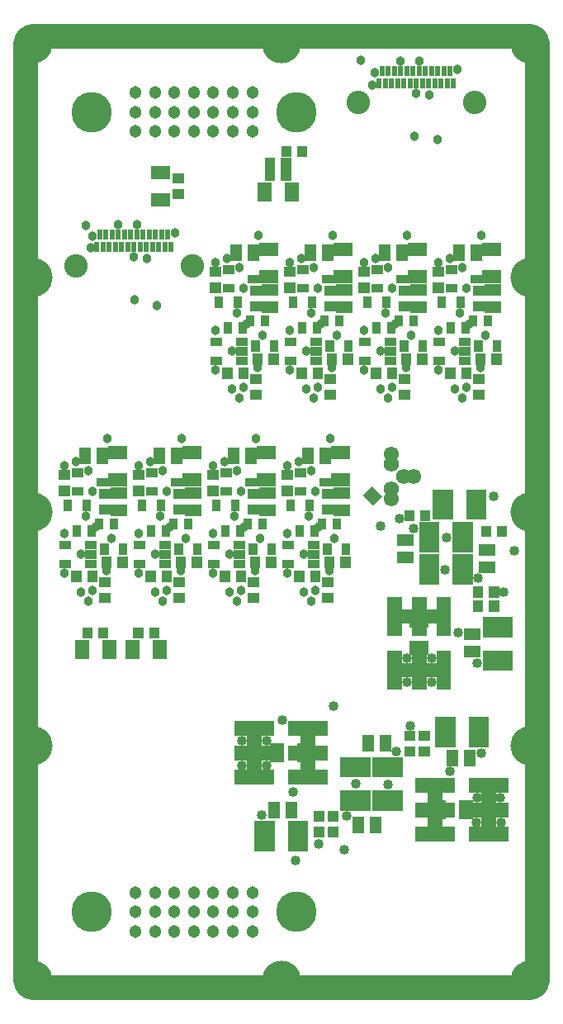
<source format=gbr>
G04 start of page 12 for group -4063 idx -4063 *
G04 Title: EPTPREAMPS, componentmask *
G04 Creator: pcb 1.99z *
G04 CreationDate: Do 09 Apr 2015 07:41:23 GMT UTC *
G04 For: stephan *
G04 Format: Gerber/RS-274X *
G04 PCB-Dimensions (mil): 2952.76 4724.41 *
G04 PCB-Coordinate-Origin: lower left *
%MOIN*%
%FSLAX25Y25*%
%LNTOPMASK*%
%ADD206C,0.0001*%
%ADD205R,0.0820X0.0820*%
%ADD204R,0.0594X0.0594*%
%ADD203R,0.0460X0.0460*%
%ADD202R,0.0340X0.0340*%
%ADD201R,0.0560X0.0560*%
%ADD200R,0.0200X0.0200*%
%ADD199R,0.0410X0.0410*%
%ADD198C,0.0984*%
%ADD197C,0.0610*%
%ADD196C,0.0380*%
%ADD195C,0.0400*%
%ADD194C,0.0613*%
%ADD193C,0.0950*%
%ADD192C,0.1575*%
%ADD191C,0.0531*%
%ADD190C,0.1635*%
%ADD189C,0.0513*%
G54D189*X112205Y82677D03*
X120079D03*
X127953D03*
X135827D03*
X88583D03*
X96457D03*
X104331D03*
X135827Y66929D03*
Y74803D03*
X127953Y66929D03*
G54D190*X153543Y74803D03*
G54D189*X88583D03*
X96457Y66929D03*
X104331D03*
X112205D03*
X120079D03*
X88583D03*
X96457Y74803D03*
X104331D03*
X112205D03*
X120079D03*
X127953D03*
G54D190*X70866D03*
G54D191*X58071Y44292D03*
X65945D03*
X73819D03*
X81693D03*
X89567D03*
X97441D03*
X105315D03*
G54D192*X47244Y47245D03*
G54D191*X113189Y44292D03*
X121063D03*
X128937D03*
X136811D03*
G54D192*X147638Y47245D03*
G54D191*X44291Y59056D03*
Y66930D03*
Y74804D03*
Y82678D03*
Y90552D03*
Y98426D03*
Y106300D03*
Y114174D03*
Y122048D03*
G54D190*X153543Y397638D03*
G54D191*X158464Y428150D03*
X166339D03*
G54D192*X147638Y425198D03*
G54D189*X112205Y389764D03*
Y397638D03*
G54D193*X111500Y335441D03*
G54D189*X104331Y389764D03*
Y397638D03*
Y405512D03*
G54D191*X105315Y428150D03*
G54D189*X96457Y389764D03*
Y397638D03*
Y405512D03*
G54D191*X97441Y428150D03*
G54D189*X88583Y389764D03*
Y397638D03*
G54D190*X70866D03*
G54D189*X88583Y405512D03*
G54D191*X58071Y428150D03*
X65945D03*
X73819D03*
X81693D03*
X89567D03*
G54D189*X112205Y405512D03*
G54D191*X113189Y428150D03*
X121063D03*
X128937D03*
X136811D03*
G54D189*X135827Y389764D03*
X127953D03*
X135827Y397638D03*
X120079Y389764D03*
X127953Y397638D03*
X120079D03*
X127953Y405512D03*
X120079D03*
X135827D03*
G54D193*X178500Y401441D03*
G54D191*X250984Y389765D03*
Y397639D03*
G54D193*X225500Y401441D03*
G54D191*X250984Y405513D03*
Y413387D03*
X174213Y428150D03*
X182087D03*
X189961D03*
X197835D03*
X205709D03*
X213583D03*
X221457D03*
X229331D03*
X237205D03*
G54D192*X248031Y425198D03*
G54D191*X158464Y44292D03*
X166339D03*
X174213D03*
X182087D03*
X189961D03*
X197835D03*
X205709D03*
X213583D03*
X221457D03*
X229331D03*
X237205D03*
X250984Y59056D03*
Y66930D03*
Y74804D03*
Y82678D03*
Y90552D03*
Y98426D03*
G54D192*X248031Y47245D03*
G54D191*X250984Y106300D03*
Y114174D03*
Y122048D03*
Y129922D03*
Y153544D03*
Y161418D03*
Y169292D03*
Y177166D03*
G54D192*X248031Y141733D03*
G54D191*X250984Y185040D03*
Y192914D03*
Y200788D03*
Y208662D03*
Y216536D03*
Y224410D03*
Y248032D03*
G54D192*X248031Y236221D03*
G54D194*X192000Y245441D03*
Y255441D03*
X197000Y250441D03*
G54D191*X250984Y255906D03*
Y263780D03*
Y271654D03*
Y279528D03*
Y287402D03*
Y295276D03*
Y303150D03*
Y311024D03*
Y318898D03*
G54D192*X248031Y330709D03*
G54D191*X250984Y342520D03*
Y350394D03*
Y358269D03*
Y366143D03*
Y374017D03*
Y381891D03*
X44291Y129922D03*
Y153544D03*
Y161418D03*
Y169292D03*
Y177166D03*
Y185040D03*
Y192914D03*
Y200788D03*
G54D192*X47244Y141733D03*
G54D191*X44291Y208662D03*
Y216536D03*
Y224410D03*
Y248032D03*
G54D192*X47244Y236221D03*
Y330709D03*
G54D193*X64500Y335441D03*
G54D192*X47244Y425198D03*
G54D191*X44291Y255906D03*
Y263780D03*
Y271654D03*
Y279528D03*
Y287402D03*
Y295276D03*
Y303150D03*
Y311024D03*
Y318898D03*
Y342520D03*
Y350394D03*
Y358269D03*
Y366143D03*
Y374017D03*
Y381891D03*
Y389765D03*
Y397639D03*
Y405513D03*
Y413387D03*
G54D195*X228250Y138941D03*
X215750Y131691D03*
X209750Y111691D03*
X210500Y120441D03*
X226250Y110941D03*
X236000Y120941D03*
X226500D03*
X236250Y110941D03*
X190500Y126191D03*
X177500Y126691D03*
X199500Y149941D03*
X198250Y177191D03*
Y167441D03*
X198750Y193691D03*
X208250Y167441D03*
X219000Y187691D03*
X208000Y193441D03*
X226500Y175191D03*
X208250Y177191D03*
G54D196*X157500Y285941D03*
X157750Y301191D03*
X154500Y256441D03*
X150000Y254941D03*
X167250Y265941D03*
G54D195*X194000Y139441D03*
X195250Y233691D03*
X187500Y230441D03*
G54D197*X192000Y241441D03*
G54D195*X241500Y220691D03*
X237250Y203941D03*
X214250Y225941D03*
X227000Y209441D03*
X213750Y212941D03*
X201000Y229441D03*
G54D197*Y250441D03*
G54D195*X233250Y242691D03*
G54D197*X192000Y259441D03*
G54D195*X139750Y113941D03*
X153250Y95441D03*
X148000Y152191D03*
X152250Y123191D03*
X141500Y133941D03*
Y143941D03*
X174000Y113441D03*
X157750Y147691D03*
X168500Y157941D03*
X162750Y102191D03*
X173000Y99941D03*
X157750Y143691D03*
G54D196*X132500Y230191D03*
X139000Y225691D03*
X150000Y227441D03*
X137000Y212691D03*
X137250Y265941D03*
X167000Y212691D03*
X150000Y211691D03*
X156500Y203941D03*
X161250Y204691D03*
X159750Y200191D03*
X156750Y219191D03*
X169000Y225691D03*
X162500Y230191D03*
X159750Y252941D03*
X161250Y244441D03*
X158750Y234441D03*
G54D195*X131750Y143941D03*
Y133941D03*
G54D196*X228250Y347941D03*
X222250Y326441D03*
X215500Y338441D03*
X220750Y334941D03*
X211000Y336941D03*
X198250Y347941D03*
X192250Y326441D03*
X185500Y338441D03*
X190750Y334941D03*
X211000Y309441D03*
X219750Y316441D03*
X223500Y312191D03*
X181000Y309441D03*
X189750Y316441D03*
X193500Y312191D03*
X220750Y282191D03*
X222250Y286691D03*
X217500Y285941D03*
X230000Y307691D03*
X228000Y294691D03*
X217750Y301191D03*
X187750D03*
X200000Y307691D03*
X211000Y293691D03*
X181000D03*
X198000Y294691D03*
X168000Y294441D03*
X190750Y282191D03*
X192250Y286691D03*
X187500Y285941D03*
X170000Y307691D03*
X181000Y336941D03*
X155500Y338441D03*
X168250Y347941D03*
X162250Y326441D03*
X160750Y334941D03*
X151000Y336941D03*
X138250Y347941D03*
X132250Y326441D03*
X121000Y336941D03*
X125500Y338441D03*
X130750Y334941D03*
X218500Y414941D03*
X203250Y418191D03*
X195750D03*
X207250Y404441D03*
X201250Y387941D03*
X202000Y405191D03*
X184250Y408441D03*
X185250Y413691D03*
X179750Y418441D03*
X210500Y386441D03*
X104750Y348941D03*
X89250Y352191D03*
X81750D03*
X70500Y342941D03*
X71250Y347691D03*
X68500Y351941D03*
X93250Y338441D03*
X88250Y321941D03*
X97250Y319691D03*
X88000Y339191D03*
X151000Y309441D03*
Y293691D03*
X159750Y316441D03*
X163500Y312191D03*
X160750Y282191D03*
X162250Y286691D03*
X130750Y282191D03*
X132250Y286691D03*
X121000Y309441D03*
X129750Y316441D03*
X140000Y307691D03*
X133500Y312191D03*
X127500Y285941D03*
X121000Y293691D03*
X127750Y301191D03*
X138000Y294691D03*
X69750Y252941D03*
X64500Y256441D03*
X77250Y265941D03*
X60000Y254941D03*
X71250Y244441D03*
X131250D03*
X99750Y252941D03*
X101250Y244441D03*
X94500Y256441D03*
X107250Y265941D03*
X90000Y254941D03*
X129750Y252941D03*
X124500Y256441D03*
X120000Y254941D03*
X72500Y230191D03*
X77000Y212691D03*
X66750Y219191D03*
X60000Y211691D03*
X79000Y225691D03*
X60000Y227441D03*
X66500Y203941D03*
X71250Y204691D03*
X69750Y200191D03*
X90000Y211691D03*
Y227441D03*
X68750Y234441D03*
X102500Y230191D03*
X98750Y234441D03*
X128750D03*
X107000Y212691D03*
X109000Y225691D03*
X120000Y227441D03*
X96750Y219191D03*
X96500Y203941D03*
X101250Y204691D03*
X99750Y200191D03*
X126750Y219191D03*
X120000Y211691D03*
X126500Y203941D03*
X131250Y204691D03*
X129750Y200191D03*
G54D198*X47244Y428150D02*X248031D01*
G54D199*X149450Y377141D02*Y376741D01*
X143050Y377141D02*Y376741D01*
X149550Y381891D02*Y381491D01*
X155950Y381891D02*Y381491D01*
G54D200*X188250Y415191D02*Y413191D01*
X190750Y415191D02*Y413191D01*
X193250Y415191D02*Y413191D01*
X195750Y415191D02*Y413191D01*
X198250Y415191D02*Y413191D01*
X200750Y415191D02*Y413191D01*
X73000Y344191D02*Y342191D01*
X74250Y349191D02*Y347191D01*
X76750Y349191D02*Y347191D01*
X75500Y344191D02*Y342191D01*
X78000Y344191D02*Y342191D01*
X80500Y344191D02*Y342191D01*
X99250Y349191D02*Y347191D01*
X101750Y349191D02*Y347191D01*
X79250Y349191D02*Y347191D01*
X81750Y349191D02*Y347191D01*
X84250Y349191D02*Y347191D01*
X86750Y349191D02*Y347191D01*
G54D199*X105800Y364491D02*X106200D01*
G54D201*X97750Y362191D02*X99750D01*
G54D199*X105800Y370891D02*X106200D01*
G54D201*X97750Y373191D02*X99750D01*
X140750Y366441D02*Y364441D01*
G54D199*X143050Y372391D02*Y371991D01*
X149450Y372391D02*Y371991D01*
G54D200*X187000Y410191D02*Y408191D01*
X189500Y410191D02*Y408191D01*
X192000Y410191D02*Y408191D01*
X194500Y410191D02*Y408191D01*
X197000Y410191D02*Y408191D01*
X199500Y410191D02*Y408191D01*
X202000Y410191D02*Y408191D01*
X203250Y415191D02*Y413191D01*
X205750Y415191D02*Y413191D01*
X204500Y410191D02*Y408191D01*
X207000Y410191D02*Y408191D01*
X209500Y410191D02*Y408191D01*
X212000Y410191D02*Y408191D01*
X214500Y410191D02*Y408191D01*
X217000Y410191D02*Y408191D01*
X208250Y415191D02*Y413191D01*
X210750Y415191D02*Y413191D01*
X213250Y415191D02*Y413191D01*
X215750Y415191D02*Y413191D01*
G54D201*X231500Y331191D02*X233500D01*
X231500Y342191D02*X233500D01*
G54D202*X185600Y326441D02*X186800D01*
X189850Y321341D02*Y320141D01*
G54D199*X197050Y325641D02*X197450D01*
G54D203*X202000Y325941D02*X204000D01*
X202000Y318941D02*X204000D01*
G54D202*X182250Y321341D02*Y320141D01*
G54D199*X167050Y319241D02*X167450D01*
G54D203*X172000Y318941D02*X174000D01*
G54D202*X170950Y313941D02*Y312741D01*
X150700Y297241D02*X151900D01*
G54D199*X144450Y298141D02*Y297741D01*
G54D202*X174750Y303741D02*Y302541D01*
X167150Y303741D02*Y302541D01*
X160900Y297241D02*X162100D01*
G54D199*X168050Y298141D02*Y297741D01*
X174450Y298141D02*Y297741D01*
G54D202*X160900Y301041D02*X162100D01*
X160900Y304841D02*X162100D01*
X144750Y303741D02*Y302541D01*
G54D199*X167050Y325641D02*X167450D01*
G54D203*X172000Y325941D02*X174000D01*
G54D202*X155600Y326441D02*X156800D01*
X159850Y321341D02*Y320141D01*
X162050Y311141D02*Y309941D01*
X164950Y313941D02*Y312741D01*
X125600Y326441D02*X126800D01*
X122250Y321341D02*Y320141D01*
X129850Y321341D02*Y320141D01*
X126050Y311141D02*Y309941D01*
X150700Y304841D02*X151900D01*
X130900D02*X132100D01*
X120700D02*X121900D01*
X120700Y297241D02*X121900D01*
X130900D02*X132100D01*
X130900Y301041D02*X132100D01*
G54D199*X138050Y298141D02*Y297741D01*
G54D202*X137150Y303741D02*Y302541D01*
X152250Y321341D02*Y320141D01*
X156050Y311141D02*Y309941D01*
G54D199*X137050Y319241D02*X137450D01*
X137050Y325641D02*X137450D01*
G54D203*X142000Y325941D02*X144000D01*
X142000Y318941D02*X144000D01*
G54D202*X132050Y311141D02*Y309941D01*
X140950Y313941D02*Y312741D01*
X134950Y313941D02*Y312741D01*
G54D201*X201500Y331191D02*X203500D01*
X201500Y342191D02*X203500D01*
G54D203*X196250Y341941D02*Y339941D01*
G54D202*X195800Y330241D02*X197000D01*
G54D203*X189250Y341941D02*Y339941D01*
G54D202*X185600Y334041D02*X186800D01*
G54D199*X180800Y333141D02*X181200D01*
X180800Y326741D02*X181200D01*
G54D201*X171500Y331191D02*X173500D01*
X171500Y342191D02*X173500D01*
G54D203*X166250Y341941D02*Y339941D01*
X159250Y341941D02*Y339941D01*
G54D202*X155600Y334041D02*X156800D01*
X165800Y330241D02*X167000D01*
G54D201*X151750Y366441D02*Y364441D01*
G54D199*X150800Y333141D02*X151200D01*
X150800Y326741D02*X151200D01*
G54D201*X141500Y342191D02*X143500D01*
G54D203*X136250Y341941D02*Y339941D01*
G54D199*X120800Y333141D02*X121200D01*
X120800Y326741D02*X121200D01*
G54D203*X129250Y341941D02*Y339941D01*
G54D202*X125600Y334041D02*X126800D01*
G54D201*X141500Y331191D02*X143500D01*
G54D202*X135800Y330241D02*X137000D01*
G54D200*X83000Y344191D02*Y342191D01*
X85500Y344191D02*Y342191D01*
X88000Y344191D02*Y342191D01*
X90500Y344191D02*Y342191D01*
X93000Y344191D02*Y342191D01*
X95500Y344191D02*Y342191D01*
X98000Y344191D02*Y342191D01*
X100500Y344191D02*Y342191D01*
X103000Y344191D02*Y342191D01*
X89250Y349191D02*Y347191D01*
X91750Y349191D02*Y347191D01*
X94250Y349191D02*Y347191D01*
X96750Y349191D02*Y347191D01*
G54D198*X47244Y44292D02*X248031D01*
G54D201*X145750Y139941D02*Y137941D01*
G54D204*X131752Y138941D02*X141594D01*
X131752Y148783D02*X141594D01*
X136673Y146815D02*Y131067D01*
G54D203*X151500Y116941D02*Y114941D01*
X144500Y116941D02*Y114941D01*
G54D204*X131752Y129098D02*X141594D01*
G54D199*X168300Y106991D02*X168700D01*
G54D203*X178500Y110941D02*Y108941D01*
X185500Y110941D02*Y108941D01*
G54D199*X168300Y113391D02*X168700D01*
G54D205*X154250Y107441D02*Y103441D01*
G54D201*X156750Y139941D02*Y137941D01*
G54D204*X153406Y138941D02*X163248D01*
G54D199*X162550Y113391D02*X162950D01*
X162550Y106991D02*X162950D01*
G54D204*X153406Y129098D02*X163248D01*
G54D205*X175500Y133191D02*X179500D01*
X175500Y119691D02*X179500D01*
G54D204*X153406Y148783D02*X163248D01*
X158327Y146815D02*Y131067D01*
G54D201*X222250Y116941D02*Y114941D01*
G54D204*X204752Y125783D02*X214594D01*
X204752Y115941D02*X214594D01*
X226406Y125783D02*X236248D01*
X226406Y115941D02*X236248D01*
X231327Y123815D02*Y108067D01*
G54D201*X211250Y116941D02*Y114941D01*
G54D205*X188500Y119691D02*X192500D01*
G54D204*X209673Y123815D02*Y108067D01*
G54D199*X199300Y139491D02*X199700D01*
X199300Y145891D02*X199700D01*
G54D203*X189500Y143941D02*Y141941D01*
X223500Y137941D02*Y135941D01*
G54D205*X227250Y149441D02*Y145441D01*
G54D199*X205050Y139491D02*X205450D01*
X205050Y145891D02*X205450D01*
G54D203*X216500Y137941D02*Y135941D01*
G54D205*X213750Y149441D02*Y145441D01*
X188500Y133191D02*X192500D01*
G54D204*X226406Y106098D02*X236248D01*
X204752D02*X214594D01*
X213093Y198939D02*Y189096D01*
Y177285D02*Y167443D01*
G54D198*X250984Y425198D02*Y47245D01*
G54D202*X210700Y304841D02*X211900D01*
X220900Y301041D02*X222100D01*
X220900Y304841D02*X222100D01*
X215600Y326441D02*X216800D01*
G54D199*X210800Y326741D02*X211200D01*
G54D203*X226250Y341941D02*Y339941D01*
X219250Y341941D02*Y339941D01*
G54D202*X225800Y330241D02*X227000D01*
X215600Y334041D02*X216800D01*
G54D199*X210800Y333141D02*X211200D01*
X227050Y283491D02*X227450D01*
X227050Y289891D02*X227450D01*
G54D202*X220900Y297241D02*X222100D01*
X210700D02*X211900D01*
G54D199*X227050Y319241D02*X227450D01*
X227050Y325641D02*X227450D01*
G54D203*X232000Y325941D02*X234000D01*
X232000Y318941D02*X234000D01*
G54D202*X230950Y313941D02*Y312741D01*
X224950Y313941D02*Y312741D01*
G54D199*X228050Y298141D02*Y297741D01*
X234450Y298141D02*Y297741D01*
G54D202*X212250Y321341D02*Y320141D01*
X219850Y321341D02*Y320141D01*
X216050Y311141D02*Y309941D01*
X222050Y311141D02*Y309941D01*
G54D199*X222200Y292391D02*Y291991D01*
X215800Y292391D02*Y291991D01*
G54D202*X234750Y303741D02*Y302541D01*
X227150Y303741D02*Y302541D01*
X204750Y303741D02*Y302541D01*
G54D199*X204450Y298141D02*Y297741D01*
X192200Y292391D02*Y291991D01*
X185800Y292391D02*Y291991D01*
X197050Y283491D02*X197450D01*
X197050Y289891D02*X197450D01*
G54D202*X180700Y304841D02*X181900D01*
X180700Y297241D02*X181900D01*
X190900D02*X192100D01*
X190900Y301041D02*X192100D01*
X186050Y311141D02*Y309941D01*
G54D199*X197050Y319241D02*X197450D01*
G54D202*X190900Y304841D02*X192100D01*
X192050Y311141D02*Y309941D01*
G54D199*X198050Y298141D02*Y297741D01*
G54D202*X197150Y303741D02*Y302541D01*
X200950Y313941D02*Y312741D01*
X194950Y313941D02*Y312741D01*
G54D199*X155800Y292391D02*Y291991D01*
X167050Y283491D02*X167450D01*
X162200Y292391D02*Y291991D01*
X167050Y289891D02*X167450D01*
G54D202*X173750Y221741D02*Y220541D01*
G54D199*X173450Y216141D02*Y215741D01*
X166050Y201491D02*X166450D01*
X166050Y207891D02*X166450D01*
G54D204*X203250Y198939D02*Y189096D01*
X193407Y198939D02*Y189096D01*
X195376Y194018D02*X211124D01*
X203250Y177285D02*Y167443D01*
X193407Y177285D02*Y167443D01*
X195376Y172364D02*X211124D01*
G54D202*X169950Y231941D02*Y230741D01*
X163950Y231941D02*Y230741D01*
X155050Y229141D02*Y227941D01*
X161050Y229141D02*Y227941D01*
X151250Y239341D02*Y238141D01*
X158850Y239341D02*Y238141D01*
G54D203*X171000Y236941D02*X173000D01*
G54D199*X166050Y237241D02*X166450D01*
G54D206*G36*
X184000Y246596D02*X188155Y242441D01*
X184500Y238786D01*
X180345Y242941D01*
X184000Y246596D01*
G37*
G54D199*X149800Y251141D02*X150200D01*
G54D202*X154600Y252041D02*X155800D01*
X166150Y221741D02*Y220541D01*
G54D199*X167050Y216141D02*Y215741D01*
X161200Y210391D02*Y209991D01*
X154800Y210391D02*Y209991D01*
G54D202*X159900Y215241D02*X161100D01*
X159900Y219041D02*X161100D01*
X159900Y222841D02*X161100D01*
G54D199*X149800Y244741D02*X150200D01*
G54D202*X154600Y244441D02*X155800D01*
G54D203*X171000Y243941D02*X173000D01*
G54D199*X166050Y243641D02*X166450D01*
G54D201*X170500Y249191D02*X172500D01*
X170500Y260191D02*X172500D01*
G54D202*X164800Y248241D02*X166000D01*
G54D203*X165250Y259941D02*Y257941D01*
X158250Y259941D02*Y257941D01*
G54D198*X44291Y425198D02*Y47245D01*
G54D202*X59700Y222841D02*X60900D01*
X59700Y215241D02*X60900D01*
X83750Y221741D02*Y220541D01*
X79950Y231941D02*Y230741D01*
G54D199*X77050Y216141D02*Y215741D01*
X83450Y216141D02*Y215741D01*
X71200Y210391D02*Y209991D01*
X64800Y210391D02*Y209991D01*
G54D202*X69900Y215241D02*X71100D01*
X76150Y221741D02*Y220541D01*
X73950Y231941D02*Y230741D01*
X68850Y239341D02*Y238141D01*
X71050Y229141D02*Y227941D01*
X69900Y219041D02*X71100D01*
G54D199*X76050Y201491D02*X76450D01*
X75700Y187641D02*Y187241D01*
X69300Y187641D02*Y187241D01*
G54D201*X67000Y181691D02*Y179691D01*
X78000Y181691D02*Y179691D01*
G54D199*X76050Y207891D02*X76450D01*
G54D202*X65050Y229141D02*Y227941D01*
X64600Y244441D02*X65800D01*
G54D199*X76050Y237241D02*X76450D01*
G54D202*X74800Y248241D02*X76000D01*
G54D203*X81000Y243941D02*X83000D01*
X81000Y236941D02*X83000D01*
G54D199*X76050Y243641D02*X76450D01*
G54D201*X80500Y249191D02*X82500D01*
G54D202*X69900Y222841D02*X71100D01*
X64600Y252041D02*X65800D01*
G54D203*X68250Y259941D02*Y257941D01*
G54D202*X61250Y239341D02*Y238141D01*
G54D199*X59800Y251141D02*X60200D01*
X59800Y244741D02*X60200D01*
G54D203*X75250Y259941D02*Y257941D01*
G54D201*X80500Y260191D02*X82500D01*
G54D199*X89800Y187641D02*Y187241D01*
X96200Y187641D02*Y187241D01*
G54D201*X98500Y181691D02*Y179691D01*
X87500Y181691D02*Y179691D01*
G54D199*X137050Y283491D02*X137450D01*
X137050Y289891D02*X137450D01*
X125800Y292391D02*Y291991D01*
G54D202*X99900Y219041D02*X101100D01*
X99900Y222841D02*X101100D01*
X89700D02*X90900D01*
X89700Y215241D02*X90900D01*
G54D199*X89800Y251141D02*X90200D01*
X89800Y244741D02*X90200D01*
G54D202*X94600Y244441D02*X95800D01*
X94600Y252041D02*X95800D01*
G54D203*X105250Y259941D02*Y257941D01*
G54D201*X110500Y260191D02*X112500D01*
G54D199*X106050Y201491D02*X106450D01*
X106050Y207891D02*X106450D01*
G54D202*X121250Y239341D02*Y238141D01*
X125050Y229141D02*Y227941D01*
X128850Y239341D02*Y238141D01*
X131050Y229141D02*Y227941D01*
G54D199*X131200Y210391D02*Y209991D01*
X124800Y210391D02*Y209991D01*
G54D202*X129900Y215241D02*X131100D01*
X129900Y219041D02*X131100D01*
X129900Y222841D02*X131100D01*
G54D199*X132200Y292391D02*Y291991D01*
G54D203*X98250Y259941D02*Y257941D01*
G54D202*X119700Y222841D02*X120900D01*
X119700Y215241D02*X120900D01*
G54D199*X119800Y251141D02*X120200D01*
X119800Y244741D02*X120200D01*
G54D202*X124600Y244441D02*X125800D01*
X124600Y252041D02*X125800D01*
G54D203*X128250Y259941D02*Y257941D01*
G54D202*X95050Y229141D02*Y227941D01*
X101050Y229141D02*Y227941D01*
G54D199*X107050Y216141D02*Y215741D01*
X113450Y216141D02*Y215741D01*
X101200Y210391D02*Y209991D01*
X94800Y210391D02*Y209991D01*
G54D202*X99900Y215241D02*X101100D01*
X104800Y248241D02*X106000D01*
G54D203*X111000Y243941D02*X113000D01*
X111000Y236941D02*X113000D01*
G54D199*X106050Y237241D02*X106450D01*
X106050Y243641D02*X106450D01*
G54D201*X110500Y249191D02*X112500D01*
G54D202*X113750Y221741D02*Y220541D01*
X106150Y221741D02*Y220541D01*
X109950Y231941D02*Y230741D01*
X103950Y231941D02*Y230741D01*
X91250Y239341D02*Y238141D01*
X98850Y239341D02*Y238141D01*
X133950Y231941D02*Y230741D01*
X134800Y248241D02*X136000D01*
G54D203*X135250Y259941D02*Y257941D01*
G54D199*X136050Y237241D02*X136450D01*
X136050Y243641D02*X136450D01*
G54D203*X141000Y243941D02*X143000D01*
X141000Y236941D02*X143000D01*
G54D201*X140500Y249191D02*X142500D01*
X140500Y260191D02*X142500D01*
G54D202*X143750Y221741D02*Y220541D01*
X139950Y231941D02*Y230741D01*
G54D199*X136050Y201491D02*X136450D01*
X136050Y207891D02*X136450D01*
G54D203*X182500Y143941D02*Y141941D01*
G54D202*X149700Y222841D02*X150900D01*
X149700Y215241D02*X150900D01*
X136150Y221741D02*Y220541D01*
G54D205*X140750Y107441D02*Y103441D01*
G54D199*X137050Y216141D02*Y215741D01*
X143450Y216141D02*Y215741D01*
G54D205*X220750Y214941D02*Y210941D01*
G54D203*X229500Y213941D02*X231500D01*
X223500Y186941D02*X225500D01*
G54D205*X233000Y189691D02*X237000D01*
G54D203*X223500Y179941D02*X225500D01*
G54D205*X233000Y176191D02*X237000D01*
G54D199*X227050Y198391D02*Y197991D01*
X233450Y198391D02*Y197991D01*
X227050Y204141D02*Y203741D01*
X233450Y204141D02*Y203741D01*
G54D205*X207250Y214941D02*Y210941D01*
G54D203*X196500Y217941D02*X198500D01*
G54D201*X202250Y192441D02*X204250D01*
X202250Y181441D02*X204250D01*
G54D205*X220750Y227941D02*Y223941D01*
X226250Y241191D02*Y237191D01*
X212750Y241191D02*Y237191D01*
G54D203*X229500Y220941D02*X231500D01*
G54D199*X230300Y228641D02*Y228241D01*
X236700Y228641D02*Y228241D01*
G54D205*X207250Y227941D02*Y223941D01*
G54D203*X196500Y224941D02*X198500D01*
G54D199*X199300Y234891D02*Y234491D01*
X205700Y234891D02*Y234491D01*
M02*

</source>
